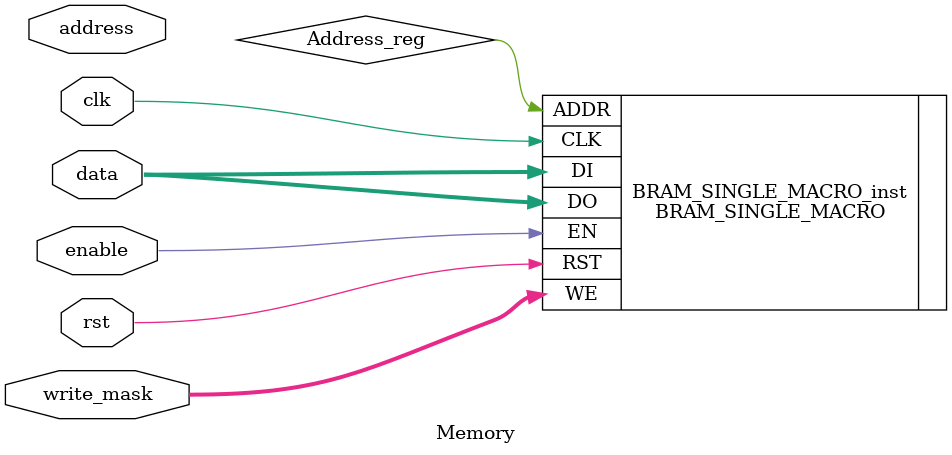
<source format=v>
`timescale 1ns / 1ps
`include "Multiplexers.v"

module Memory (
    inout [31:0] data,
    input [31:0] address,
    input [4:0]  write_mask,      
    input        enable,
    input        rst,
    input        clk
);

// Initiliase block RAM
BRAM_SINGLE_MACRO #(
    .BRAM_SIZE("36Kb"), // Target BRAM, "18Kb" or "36Kb"
    .DEVICE("7SERIES"), // Target Device: "7SERIES"
    .DO_REG(0), // Optional output register (0 or 1)
    .INIT(36'h000000000), // Initial values on output port
    .INIT_FILE ("NONE"),
    .WRITE_WIDTH(32), // Valid values are 1-72 (37-72 only valid when BRAM_SIZE="36Kb")
    .READ_WIDTH(32), // Valid values are 1-72 (37-72 only valid when BRAM_SIZE="36Kb")
    .SRVAL(36'h000000000), // Set/Reset value for port output
    .WRITE_MODE("WRITE_FIRST") // "WRITE_FIRST", "READ_FIRST", or "NO_CHANGE"
) BRAM_SINGLE_MACRO_inst (
    .DO(data), // Output data, width defined by READ_WIDTH parameter
    .ADDR(Address_reg), // Input address, width defined by read/write port depth
    .CLK(clk), // 1-bit input clock
    .DI(data), // Input data port, width defined by WRITE_WIDTH parameter
    .EN(enable), // 1-bit input RAM enable
    .RST(rst), // 1-bit input reset
    .WE(write_mask) // Input write enable, width defined by write port depth
);

endmodule
</source>
